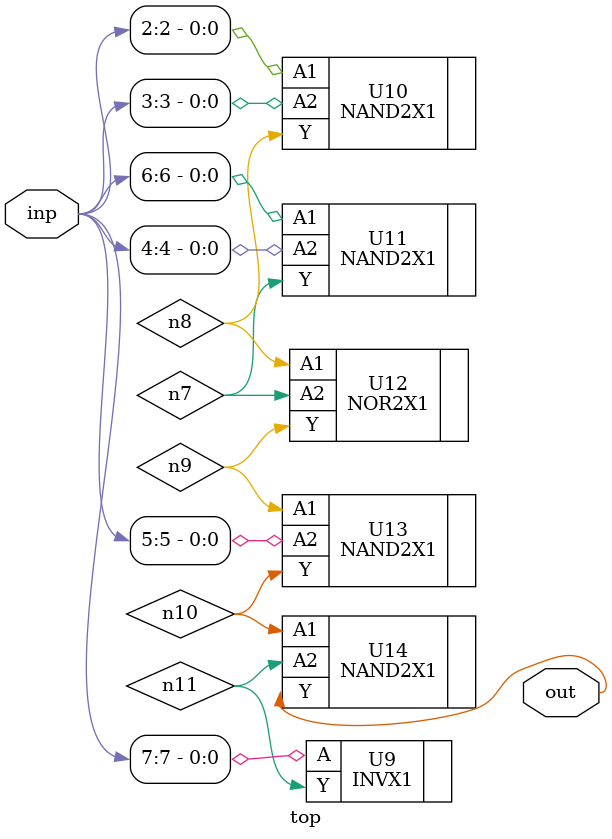
<source format=sv>


module top ( inp, out );
  input [7:0] inp;
  output out;
  wire   n7, n8, n9, n10, n11;

  INVX1 U9 ( .A(inp[7]), .Y(n11) );
  NAND2X1 U10 ( .A1(inp[2]), .A2(inp[3]), .Y(n8) );
  NAND2X1 U11 ( .A1(inp[6]), .A2(inp[4]), .Y(n7) );
  NOR2X1 U12 ( .A1(n8), .A2(n7), .Y(n9) );
  NAND2X1 U13 ( .A1(n9), .A2(inp[5]), .Y(n10) );
  NAND2X1 U14 ( .A1(n10), .A2(n11), .Y(out) );
endmodule


</source>
